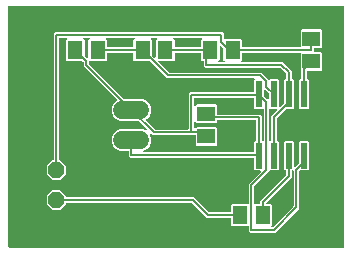
<source format=gbr>
G04 EAGLE Gerber RS-274X export*
G75*
%MOMM*%
%FSLAX34Y34*%
%LPD*%
%INTop Copper*%
%IPPOS*%
%AMOC8*
5,1,8,0,0,1.08239X$1,22.5*%
G01*
%ADD10R,1.300000X1.500000*%
%ADD11R,1.500000X1.300000*%
%ADD12R,0.600000X2.200000*%
%ADD13C,1.524000*%
%ADD14P,1.429621X8X112.500000*%
%ADD15C,0.152400*%

G36*
X293698Y10164D02*
X293698Y10164D01*
X293717Y10162D01*
X293819Y10184D01*
X293921Y10200D01*
X293938Y10210D01*
X293958Y10214D01*
X294047Y10267D01*
X294138Y10316D01*
X294152Y10330D01*
X294169Y10340D01*
X294236Y10419D01*
X294308Y10494D01*
X294316Y10512D01*
X294329Y10527D01*
X294368Y10623D01*
X294411Y10717D01*
X294413Y10737D01*
X294421Y10755D01*
X294439Y10922D01*
X294439Y214378D01*
X294436Y214398D01*
X294438Y214417D01*
X294416Y214519D01*
X294400Y214621D01*
X294390Y214638D01*
X294386Y214658D01*
X294333Y214747D01*
X294284Y214838D01*
X294270Y214852D01*
X294260Y214869D01*
X294181Y214936D01*
X294106Y215008D01*
X294088Y215016D01*
X294073Y215029D01*
X293977Y215068D01*
X293883Y215111D01*
X293863Y215113D01*
X293845Y215121D01*
X293678Y215139D01*
X10922Y215139D01*
X10902Y215136D01*
X10883Y215138D01*
X10781Y215116D01*
X10679Y215100D01*
X10662Y215090D01*
X10642Y215086D01*
X10553Y215033D01*
X10462Y214984D01*
X10448Y214970D01*
X10431Y214960D01*
X10364Y214881D01*
X10292Y214806D01*
X10284Y214788D01*
X10271Y214773D01*
X10232Y214677D01*
X10189Y214583D01*
X10187Y214563D01*
X10179Y214545D01*
X10161Y214378D01*
X10161Y10922D01*
X10164Y10902D01*
X10162Y10883D01*
X10184Y10781D01*
X10200Y10679D01*
X10210Y10662D01*
X10214Y10642D01*
X10267Y10553D01*
X10316Y10462D01*
X10330Y10448D01*
X10340Y10431D01*
X10419Y10364D01*
X10494Y10292D01*
X10512Y10284D01*
X10527Y10271D01*
X10623Y10232D01*
X10717Y10189D01*
X10737Y10187D01*
X10755Y10179D01*
X10922Y10161D01*
X293678Y10161D01*
X293698Y10164D01*
G37*
%LPC*%
G36*
X214953Y23113D02*
X214953Y23113D01*
X213613Y24453D01*
X213613Y28314D01*
X213610Y28334D01*
X213612Y28353D01*
X213590Y28455D01*
X213574Y28557D01*
X213564Y28574D01*
X213560Y28594D01*
X213507Y28683D01*
X213458Y28774D01*
X213444Y28788D01*
X213434Y28805D01*
X213355Y28872D01*
X213280Y28944D01*
X213262Y28952D01*
X213247Y28965D01*
X213151Y29004D01*
X213057Y29047D01*
X213037Y29049D01*
X213019Y29057D01*
X212852Y29075D01*
X199268Y29075D01*
X198375Y29968D01*
X198375Y35052D01*
X198372Y35072D01*
X198374Y35091D01*
X198352Y35193D01*
X198336Y35295D01*
X198326Y35312D01*
X198322Y35332D01*
X198269Y35421D01*
X198220Y35512D01*
X198206Y35526D01*
X198196Y35543D01*
X198117Y35610D01*
X198042Y35682D01*
X198024Y35690D01*
X198009Y35703D01*
X197913Y35742D01*
X197819Y35785D01*
X197799Y35787D01*
X197781Y35795D01*
X197614Y35813D01*
X178123Y35813D01*
X165646Y48290D01*
X165572Y48343D01*
X165502Y48403D01*
X165472Y48415D01*
X165446Y48434D01*
X165359Y48461D01*
X165274Y48495D01*
X165233Y48499D01*
X165211Y48506D01*
X165179Y48505D01*
X165107Y48513D01*
X59690Y48513D01*
X59670Y48510D01*
X59651Y48512D01*
X59549Y48490D01*
X59447Y48474D01*
X59430Y48464D01*
X59410Y48460D01*
X59321Y48407D01*
X59230Y48358D01*
X59216Y48344D01*
X59199Y48334D01*
X59132Y48255D01*
X59060Y48180D01*
X59052Y48162D01*
X59039Y48147D01*
X59000Y48051D01*
X58957Y47957D01*
X58955Y47937D01*
X58947Y47919D01*
X58929Y47752D01*
X58929Y47433D01*
X54167Y42671D01*
X47433Y42671D01*
X42671Y47433D01*
X42671Y54167D01*
X47433Y58929D01*
X54167Y58929D01*
X58929Y54167D01*
X58929Y53848D01*
X58932Y53828D01*
X58930Y53809D01*
X58952Y53707D01*
X58968Y53605D01*
X58978Y53588D01*
X58982Y53568D01*
X59035Y53479D01*
X59084Y53388D01*
X59098Y53374D01*
X59108Y53357D01*
X59187Y53290D01*
X59262Y53218D01*
X59280Y53210D01*
X59295Y53197D01*
X59391Y53158D01*
X59485Y53115D01*
X59505Y53113D01*
X59523Y53105D01*
X59690Y53087D01*
X167317Y53087D01*
X179794Y40610D01*
X179868Y40557D01*
X179938Y40497D01*
X179968Y40485D01*
X179994Y40466D01*
X180081Y40439D01*
X180166Y40405D01*
X180207Y40401D01*
X180229Y40394D01*
X180261Y40395D01*
X180333Y40387D01*
X197614Y40387D01*
X197634Y40390D01*
X197653Y40388D01*
X197755Y40410D01*
X197857Y40426D01*
X197874Y40436D01*
X197894Y40440D01*
X197983Y40493D01*
X198074Y40542D01*
X198088Y40556D01*
X198105Y40566D01*
X198172Y40645D01*
X198244Y40720D01*
X198252Y40738D01*
X198265Y40753D01*
X198304Y40849D01*
X198347Y40943D01*
X198349Y40963D01*
X198357Y40981D01*
X198375Y41148D01*
X198375Y46232D01*
X199268Y47125D01*
X212852Y47125D01*
X212872Y47128D01*
X212891Y47126D01*
X212993Y47148D01*
X213095Y47164D01*
X213112Y47174D01*
X213132Y47178D01*
X213221Y47231D01*
X213312Y47280D01*
X213326Y47294D01*
X213343Y47304D01*
X213410Y47383D01*
X213482Y47458D01*
X213490Y47476D01*
X213503Y47491D01*
X213542Y47587D01*
X213585Y47681D01*
X213587Y47701D01*
X213595Y47719D01*
X213613Y47886D01*
X213613Y64447D01*
X223642Y74476D01*
X223684Y74534D01*
X223733Y74586D01*
X223755Y74633D01*
X223785Y74675D01*
X223806Y74744D01*
X223837Y74809D01*
X223842Y74861D01*
X223858Y74911D01*
X223856Y74982D01*
X223864Y75053D01*
X223853Y75104D01*
X223851Y75156D01*
X223827Y75224D01*
X223812Y75294D01*
X223785Y75339D01*
X223767Y75387D01*
X223722Y75443D01*
X223685Y75505D01*
X223646Y75539D01*
X223613Y75579D01*
X223553Y75618D01*
X223498Y75665D01*
X223450Y75684D01*
X223406Y75712D01*
X223337Y75730D01*
X223270Y75757D01*
X223199Y75765D01*
X223168Y75773D01*
X223144Y75771D01*
X223104Y75775D01*
X218618Y75775D01*
X217725Y76668D01*
X217725Y85852D01*
X217722Y85872D01*
X217724Y85891D01*
X217702Y85993D01*
X217686Y86095D01*
X217676Y86112D01*
X217672Y86132D01*
X217619Y86221D01*
X217570Y86312D01*
X217556Y86326D01*
X217546Y86343D01*
X217467Y86410D01*
X217392Y86482D01*
X217374Y86490D01*
X217359Y86503D01*
X217263Y86542D01*
X217169Y86585D01*
X217149Y86587D01*
X217131Y86595D01*
X216964Y86613D01*
X113353Y86613D01*
X112013Y87953D01*
X112013Y91694D01*
X112010Y91714D01*
X112012Y91733D01*
X111990Y91835D01*
X111974Y91937D01*
X111964Y91954D01*
X111960Y91974D01*
X111907Y92063D01*
X111858Y92154D01*
X111844Y92168D01*
X111834Y92185D01*
X111755Y92252D01*
X111680Y92324D01*
X111662Y92332D01*
X111647Y92345D01*
X111551Y92384D01*
X111457Y92427D01*
X111437Y92429D01*
X111419Y92437D01*
X111252Y92455D01*
X104861Y92455D01*
X101500Y93847D01*
X98927Y96420D01*
X97535Y99781D01*
X97535Y103419D01*
X98927Y106780D01*
X101500Y109353D01*
X104861Y110745D01*
X123739Y110745D01*
X126319Y109676D01*
X126414Y109654D01*
X126507Y109625D01*
X126533Y109626D01*
X126558Y109620D01*
X126655Y109629D01*
X126753Y109632D01*
X126777Y109641D01*
X126803Y109643D01*
X126892Y109683D01*
X126984Y109716D01*
X127004Y109732D01*
X127028Y109743D01*
X127099Y109809D01*
X127176Y109870D01*
X127190Y109892D01*
X127209Y109909D01*
X127256Y109995D01*
X127309Y110077D01*
X127315Y110102D01*
X127328Y110125D01*
X127345Y110221D01*
X127369Y110315D01*
X127367Y110341D01*
X127371Y110367D01*
X127357Y110464D01*
X127349Y110560D01*
X127339Y110584D01*
X127335Y110610D01*
X127291Y110697D01*
X127253Y110787D01*
X127233Y110812D01*
X127224Y110830D01*
X127200Y110853D01*
X127148Y110918D01*
X120434Y117632D01*
X120360Y117685D01*
X120290Y117745D01*
X120260Y117757D01*
X120234Y117776D01*
X120147Y117803D01*
X120062Y117837D01*
X120021Y117841D01*
X119999Y117848D01*
X119967Y117847D01*
X119896Y117855D01*
X104861Y117855D01*
X101500Y119247D01*
X98927Y121820D01*
X97535Y125181D01*
X97535Y128819D01*
X98927Y132180D01*
X101500Y134753D01*
X101730Y134848D01*
X101769Y134872D01*
X101812Y134888D01*
X101873Y134936D01*
X101939Y134977D01*
X101968Y135013D01*
X102004Y135041D01*
X102046Y135107D01*
X102096Y135167D01*
X102112Y135210D01*
X102137Y135248D01*
X102156Y135324D01*
X102184Y135396D01*
X102186Y135442D01*
X102197Y135487D01*
X102191Y135564D01*
X102194Y135642D01*
X102181Y135686D01*
X102178Y135732D01*
X102147Y135804D01*
X102126Y135878D01*
X102100Y135916D01*
X102082Y135958D01*
X101996Y136065D01*
X101985Y136080D01*
X101981Y136083D01*
X101977Y136089D01*
X75476Y162590D01*
X73913Y164153D01*
X73913Y167037D01*
X73899Y167128D01*
X73891Y167218D01*
X73879Y167248D01*
X73874Y167280D01*
X73831Y167361D01*
X73795Y167445D01*
X73769Y167477D01*
X73758Y167498D01*
X73735Y167520D01*
X73690Y167576D01*
X72714Y168552D01*
X72640Y168605D01*
X72570Y168665D01*
X72540Y168677D01*
X72514Y168696D01*
X72427Y168723D01*
X72342Y168757D01*
X72301Y168761D01*
X72279Y168768D01*
X72247Y168767D01*
X72175Y168775D01*
X59568Y168775D01*
X58675Y169668D01*
X58675Y185932D01*
X59657Y186914D01*
X59699Y186972D01*
X59749Y187024D01*
X59771Y187071D01*
X59801Y187113D01*
X59822Y187182D01*
X59852Y187247D01*
X59858Y187299D01*
X59873Y187349D01*
X59871Y187420D01*
X59879Y187491D01*
X59868Y187542D01*
X59867Y187594D01*
X59842Y187662D01*
X59827Y187732D01*
X59800Y187777D01*
X59783Y187825D01*
X59738Y187881D01*
X59701Y187943D01*
X59661Y187977D01*
X59629Y188017D01*
X59569Y188056D01*
X59514Y188103D01*
X59466Y188122D01*
X59422Y188150D01*
X59352Y188168D01*
X59286Y188195D01*
X59215Y188203D01*
X59183Y188211D01*
X59160Y188209D01*
X59119Y188213D01*
X53848Y188213D01*
X53828Y188210D01*
X53809Y188212D01*
X53707Y188190D01*
X53605Y188174D01*
X53588Y188164D01*
X53568Y188160D01*
X53479Y188107D01*
X53388Y188058D01*
X53374Y188044D01*
X53357Y188034D01*
X53290Y187955D01*
X53218Y187880D01*
X53210Y187862D01*
X53197Y187847D01*
X53158Y187751D01*
X53115Y187657D01*
X53113Y187637D01*
X53105Y187619D01*
X53087Y187452D01*
X53087Y85090D01*
X53090Y85070D01*
X53088Y85051D01*
X53110Y84949D01*
X53126Y84847D01*
X53136Y84830D01*
X53140Y84810D01*
X53193Y84721D01*
X53242Y84630D01*
X53256Y84616D01*
X53266Y84599D01*
X53345Y84532D01*
X53420Y84460D01*
X53438Y84452D01*
X53453Y84439D01*
X53549Y84400D01*
X53643Y84357D01*
X53663Y84355D01*
X53681Y84347D01*
X53848Y84329D01*
X54167Y84329D01*
X58929Y79567D01*
X58929Y72833D01*
X54167Y68071D01*
X47433Y68071D01*
X42671Y72833D01*
X42671Y79567D01*
X47433Y84329D01*
X47752Y84329D01*
X47772Y84332D01*
X47791Y84330D01*
X47893Y84352D01*
X47995Y84368D01*
X48012Y84378D01*
X48032Y84382D01*
X48121Y84435D01*
X48212Y84484D01*
X48226Y84498D01*
X48243Y84508D01*
X48310Y84587D01*
X48382Y84662D01*
X48390Y84680D01*
X48403Y84695D01*
X48442Y84791D01*
X48485Y84885D01*
X48487Y84905D01*
X48495Y84923D01*
X48513Y85090D01*
X48513Y191447D01*
X49853Y192787D01*
X191447Y192787D01*
X192787Y191447D01*
X192787Y187586D01*
X192790Y187566D01*
X192788Y187547D01*
X192810Y187445D01*
X192826Y187343D01*
X192836Y187326D01*
X192840Y187306D01*
X192893Y187217D01*
X192942Y187126D01*
X192956Y187112D01*
X192966Y187095D01*
X193045Y187028D01*
X193120Y186956D01*
X193138Y186948D01*
X193153Y186935D01*
X193249Y186896D01*
X193343Y186853D01*
X193363Y186851D01*
X193381Y186843D01*
X193548Y186825D01*
X207132Y186825D01*
X208025Y185932D01*
X208025Y180848D01*
X208028Y180828D01*
X208026Y180809D01*
X208048Y180707D01*
X208064Y180605D01*
X208074Y180588D01*
X208078Y180568D01*
X208131Y180479D01*
X208180Y180388D01*
X208194Y180374D01*
X208204Y180357D01*
X208283Y180290D01*
X208358Y180218D01*
X208376Y180210D01*
X208391Y180197D01*
X208487Y180158D01*
X208581Y180115D01*
X208601Y180113D01*
X208619Y180105D01*
X208786Y180087D01*
X256914Y180087D01*
X256934Y180090D01*
X256953Y180088D01*
X257055Y180110D01*
X257157Y180126D01*
X257174Y180136D01*
X257194Y180140D01*
X257283Y180193D01*
X257374Y180242D01*
X257388Y180256D01*
X257405Y180266D01*
X257472Y180345D01*
X257544Y180420D01*
X257552Y180438D01*
X257565Y180453D01*
X257604Y180549D01*
X257647Y180643D01*
X257649Y180663D01*
X257657Y180681D01*
X257675Y180848D01*
X257675Y194432D01*
X258568Y195325D01*
X274832Y195325D01*
X275725Y194432D01*
X275725Y180168D01*
X274832Y179275D01*
X269748Y179275D01*
X269728Y179272D01*
X269709Y179274D01*
X269607Y179252D01*
X269505Y179236D01*
X269488Y179226D01*
X269468Y179222D01*
X269379Y179169D01*
X269288Y179120D01*
X269274Y179106D01*
X269257Y179096D01*
X269190Y179017D01*
X269118Y178942D01*
X269110Y178924D01*
X269097Y178909D01*
X269058Y178813D01*
X269015Y178719D01*
X269013Y178699D01*
X269005Y178681D01*
X268987Y178514D01*
X268987Y177086D01*
X268990Y177066D01*
X268988Y177047D01*
X269010Y176945D01*
X269026Y176843D01*
X269036Y176826D01*
X269040Y176806D01*
X269093Y176717D01*
X269142Y176626D01*
X269156Y176612D01*
X269166Y176595D01*
X269245Y176528D01*
X269320Y176456D01*
X269338Y176448D01*
X269353Y176435D01*
X269449Y176396D01*
X269543Y176353D01*
X269563Y176351D01*
X269581Y176343D01*
X269748Y176325D01*
X274832Y176325D01*
X275725Y175432D01*
X275725Y161168D01*
X274832Y160275D01*
X263398Y160275D01*
X263378Y160272D01*
X263359Y160274D01*
X263257Y160252D01*
X263155Y160236D01*
X263138Y160226D01*
X263118Y160222D01*
X263029Y160169D01*
X262938Y160120D01*
X262924Y160106D01*
X262907Y160096D01*
X262840Y160017D01*
X262768Y159942D01*
X262760Y159924D01*
X262747Y159909D01*
X262708Y159813D01*
X262665Y159719D01*
X262663Y159699D01*
X262655Y159681D01*
X262637Y159514D01*
X262637Y153586D01*
X262640Y153566D01*
X262638Y153547D01*
X262660Y153445D01*
X262676Y153343D01*
X262686Y153326D01*
X262690Y153306D01*
X262743Y153217D01*
X262792Y153126D01*
X262806Y153112D01*
X262816Y153095D01*
X262895Y153028D01*
X262970Y152956D01*
X262988Y152948D01*
X263003Y152935D01*
X263099Y152896D01*
X263193Y152853D01*
X263213Y152851D01*
X263231Y152843D01*
X263398Y152825D01*
X263982Y152825D01*
X264875Y151932D01*
X264875Y128668D01*
X263982Y127775D01*
X256718Y127775D01*
X255825Y128668D01*
X255825Y151932D01*
X256718Y152825D01*
X257302Y152825D01*
X257322Y152828D01*
X257341Y152826D01*
X257443Y152848D01*
X257545Y152864D01*
X257562Y152874D01*
X257582Y152878D01*
X257671Y152931D01*
X257762Y152980D01*
X257776Y152994D01*
X257793Y153004D01*
X257860Y153083D01*
X257932Y153158D01*
X257940Y153176D01*
X257953Y153191D01*
X257992Y153287D01*
X258035Y153381D01*
X258037Y153401D01*
X258045Y153419D01*
X258063Y153586D01*
X258063Y160465D01*
X258049Y160555D01*
X258041Y160646D01*
X258029Y160676D01*
X258024Y160708D01*
X257981Y160789D01*
X257945Y160872D01*
X257919Y160905D01*
X257908Y160925D01*
X257885Y160947D01*
X257840Y161003D01*
X257675Y161168D01*
X257675Y174752D01*
X257672Y174772D01*
X257674Y174791D01*
X257652Y174893D01*
X257636Y174995D01*
X257626Y175012D01*
X257622Y175032D01*
X257569Y175121D01*
X257520Y175212D01*
X257506Y175226D01*
X257496Y175243D01*
X257417Y175310D01*
X257342Y175382D01*
X257324Y175390D01*
X257309Y175403D01*
X257213Y175442D01*
X257119Y175485D01*
X257099Y175487D01*
X257081Y175495D01*
X256914Y175513D01*
X208786Y175513D01*
X208766Y175510D01*
X208747Y175512D01*
X208645Y175490D01*
X208543Y175474D01*
X208526Y175464D01*
X208506Y175460D01*
X208417Y175407D01*
X208326Y175358D01*
X208312Y175344D01*
X208295Y175334D01*
X208228Y175255D01*
X208156Y175180D01*
X208148Y175162D01*
X208135Y175147D01*
X208096Y175051D01*
X208053Y174957D01*
X208051Y174937D01*
X208043Y174919D01*
X208025Y174752D01*
X208025Y169668D01*
X207043Y168686D01*
X207001Y168628D01*
X206951Y168576D01*
X206929Y168529D01*
X206899Y168487D01*
X206878Y168418D01*
X206848Y168353D01*
X206842Y168301D01*
X206827Y168251D01*
X206829Y168180D01*
X206821Y168109D01*
X206832Y168058D01*
X206833Y168006D01*
X206858Y167938D01*
X206873Y167868D01*
X206900Y167823D01*
X206917Y167775D01*
X206962Y167719D01*
X206999Y167657D01*
X207039Y167623D01*
X207071Y167583D01*
X207131Y167544D01*
X207186Y167497D01*
X207234Y167478D01*
X207278Y167450D01*
X207348Y167432D01*
X207414Y167405D01*
X207485Y167397D01*
X207517Y167389D01*
X207540Y167391D01*
X207581Y167387D01*
X242247Y167387D01*
X249937Y159697D01*
X249937Y153586D01*
X249940Y153566D01*
X249938Y153547D01*
X249960Y153445D01*
X249976Y153343D01*
X249986Y153326D01*
X249990Y153306D01*
X250043Y153217D01*
X250092Y153126D01*
X250106Y153112D01*
X250116Y153095D01*
X250195Y153028D01*
X250270Y152956D01*
X250288Y152948D01*
X250303Y152935D01*
X250399Y152896D01*
X250493Y152853D01*
X250513Y152851D01*
X250531Y152843D01*
X250698Y152825D01*
X251282Y152825D01*
X252175Y151932D01*
X252175Y128668D01*
X251282Y127775D01*
X245624Y127775D01*
X245534Y127761D01*
X245443Y127753D01*
X245414Y127741D01*
X245382Y127736D01*
X245301Y127693D01*
X245217Y127657D01*
X245185Y127631D01*
X245164Y127620D01*
X245142Y127597D01*
X245086Y127552D01*
X237460Y119926D01*
X237407Y119852D01*
X237347Y119782D01*
X237335Y119752D01*
X237316Y119726D01*
X237289Y119639D01*
X237255Y119554D01*
X237251Y119513D01*
X237244Y119491D01*
X237245Y119459D01*
X237237Y119387D01*
X237237Y101586D01*
X237240Y101566D01*
X237238Y101547D01*
X237260Y101445D01*
X237276Y101343D01*
X237286Y101326D01*
X237290Y101306D01*
X237343Y101217D01*
X237392Y101126D01*
X237406Y101112D01*
X237416Y101095D01*
X237495Y101028D01*
X237570Y100956D01*
X237588Y100948D01*
X237603Y100935D01*
X237699Y100896D01*
X237793Y100853D01*
X237813Y100851D01*
X237831Y100843D01*
X237998Y100825D01*
X238582Y100825D01*
X239475Y99932D01*
X239475Y76668D01*
X238582Y75775D01*
X231648Y75775D01*
X231628Y75772D01*
X231609Y75774D01*
X231507Y75752D01*
X231405Y75736D01*
X231388Y75726D01*
X231368Y75722D01*
X231279Y75669D01*
X231188Y75620D01*
X231174Y75606D01*
X231157Y75596D01*
X231090Y75517D01*
X231018Y75442D01*
X231010Y75424D01*
X230997Y75409D01*
X230966Y75332D01*
X218410Y62776D01*
X218357Y62702D01*
X218297Y62632D01*
X218285Y62602D01*
X218266Y62576D01*
X218239Y62489D01*
X218205Y62404D01*
X218201Y62363D01*
X218194Y62341D01*
X218195Y62309D01*
X218187Y62237D01*
X218187Y47886D01*
X218190Y47866D01*
X218188Y47847D01*
X218210Y47745D01*
X218226Y47643D01*
X218236Y47626D01*
X218240Y47606D01*
X218293Y47517D01*
X218342Y47426D01*
X218356Y47412D01*
X218366Y47395D01*
X218445Y47328D01*
X218520Y47256D01*
X218538Y47248D01*
X218553Y47235D01*
X218649Y47196D01*
X218743Y47153D01*
X218763Y47151D01*
X218781Y47143D01*
X218948Y47125D01*
X222352Y47125D01*
X222372Y47128D01*
X222391Y47126D01*
X222493Y47148D01*
X222595Y47164D01*
X222612Y47174D01*
X222632Y47178D01*
X222721Y47231D01*
X222812Y47280D01*
X222826Y47294D01*
X222843Y47304D01*
X222910Y47383D01*
X222982Y47458D01*
X222990Y47476D01*
X223003Y47491D01*
X223042Y47587D01*
X223085Y47681D01*
X223087Y47701D01*
X223095Y47719D01*
X223113Y47886D01*
X223113Y49817D01*
X245140Y71844D01*
X245193Y71918D01*
X245253Y71988D01*
X245265Y72018D01*
X245284Y72044D01*
X245311Y72131D01*
X245345Y72216D01*
X245349Y72257D01*
X245356Y72279D01*
X245355Y72311D01*
X245363Y72383D01*
X245363Y75014D01*
X245360Y75034D01*
X245362Y75053D01*
X245340Y75155D01*
X245324Y75257D01*
X245314Y75274D01*
X245310Y75294D01*
X245257Y75383D01*
X245208Y75474D01*
X245194Y75488D01*
X245184Y75505D01*
X245105Y75572D01*
X245030Y75644D01*
X245012Y75652D01*
X244997Y75665D01*
X244901Y75704D01*
X244807Y75747D01*
X244787Y75749D01*
X244769Y75757D01*
X244602Y75775D01*
X244018Y75775D01*
X243125Y76668D01*
X243125Y99932D01*
X244018Y100825D01*
X251282Y100825D01*
X252175Y99932D01*
X252175Y79446D01*
X252186Y79376D01*
X252188Y79304D01*
X252206Y79255D01*
X252214Y79204D01*
X252248Y79140D01*
X252273Y79073D01*
X252305Y79032D01*
X252330Y78986D01*
X252382Y78937D01*
X252426Y78881D01*
X252470Y78853D01*
X252508Y78817D01*
X252573Y78787D01*
X252633Y78748D01*
X252684Y78735D01*
X252731Y78713D01*
X252802Y78705D01*
X252872Y78688D01*
X252924Y78692D01*
X252975Y78686D01*
X253046Y78701D01*
X253117Y78707D01*
X253165Y78727D01*
X253216Y78738D01*
X253277Y78775D01*
X253343Y78803D01*
X253399Y78848D01*
X253427Y78865D01*
X253442Y78882D01*
X253474Y78908D01*
X255602Y81036D01*
X255655Y81110D01*
X255715Y81180D01*
X255727Y81210D01*
X255746Y81236D01*
X255773Y81323D01*
X255807Y81408D01*
X255811Y81449D01*
X255818Y81471D01*
X255817Y81503D01*
X255825Y81575D01*
X255825Y99932D01*
X256718Y100825D01*
X263982Y100825D01*
X264875Y99932D01*
X264875Y76668D01*
X263982Y75775D01*
X257125Y75775D01*
X257034Y75761D01*
X256944Y75753D01*
X256914Y75741D01*
X256882Y75736D01*
X256801Y75693D01*
X256717Y75657D01*
X256685Y75631D01*
X256664Y75620D01*
X256642Y75597D01*
X256586Y75552D01*
X256510Y75476D01*
X256457Y75402D01*
X256397Y75332D01*
X256385Y75302D01*
X256366Y75276D01*
X256339Y75189D01*
X256305Y75104D01*
X256301Y75063D01*
X256294Y75041D01*
X256295Y75009D01*
X256287Y74937D01*
X256287Y43503D01*
X235897Y23113D01*
X214953Y23113D01*
G37*
%LPD*%
G36*
X162072Y110240D02*
X162072Y110240D01*
X162091Y110238D01*
X162193Y110260D01*
X162295Y110276D01*
X162312Y110286D01*
X162332Y110290D01*
X162421Y110343D01*
X162512Y110392D01*
X162526Y110406D01*
X162543Y110416D01*
X162610Y110495D01*
X162682Y110570D01*
X162690Y110588D01*
X162703Y110603D01*
X162742Y110699D01*
X162785Y110793D01*
X162787Y110813D01*
X162795Y110831D01*
X162813Y110998D01*
X162813Y140647D01*
X164153Y141987D01*
X216964Y141987D01*
X216984Y141990D01*
X217003Y141988D01*
X217105Y142010D01*
X217207Y142026D01*
X217224Y142036D01*
X217244Y142040D01*
X217333Y142093D01*
X217424Y142142D01*
X217438Y142156D01*
X217455Y142166D01*
X217522Y142245D01*
X217594Y142320D01*
X217602Y142338D01*
X217615Y142353D01*
X217654Y142449D01*
X217697Y142543D01*
X217699Y142563D01*
X217707Y142581D01*
X217725Y142748D01*
X217725Y151932D01*
X218417Y152624D01*
X218459Y152682D01*
X218509Y152734D01*
X218531Y152781D01*
X218561Y152823D01*
X218582Y152892D01*
X218612Y152957D01*
X218618Y153009D01*
X218633Y153059D01*
X218631Y153130D01*
X218639Y153201D01*
X218628Y153252D01*
X218627Y153304D01*
X218602Y153372D01*
X218587Y153442D01*
X218560Y153487D01*
X218543Y153535D01*
X218498Y153591D01*
X218461Y153653D01*
X218421Y153687D01*
X218389Y153727D01*
X218329Y153766D01*
X218274Y153813D01*
X218226Y153832D01*
X218182Y153860D01*
X218112Y153878D01*
X218046Y153905D01*
X217975Y153913D01*
X217943Y153921D01*
X217920Y153919D01*
X217879Y153923D01*
X144493Y153923D01*
X129864Y168552D01*
X129790Y168605D01*
X129720Y168665D01*
X129690Y168677D01*
X129664Y168696D01*
X129577Y168723D01*
X129492Y168757D01*
X129451Y168761D01*
X129429Y168768D01*
X129397Y168767D01*
X129325Y168775D01*
X116718Y168775D01*
X115825Y169668D01*
X115825Y174752D01*
X115822Y174772D01*
X115824Y174791D01*
X115802Y174893D01*
X115786Y174995D01*
X115776Y175012D01*
X115772Y175032D01*
X115719Y175121D01*
X115670Y175212D01*
X115656Y175226D01*
X115646Y175243D01*
X115567Y175310D01*
X115492Y175382D01*
X115474Y175390D01*
X115459Y175403D01*
X115363Y175442D01*
X115269Y175485D01*
X115249Y175487D01*
X115231Y175495D01*
X115064Y175513D01*
X94486Y175513D01*
X94466Y175510D01*
X94447Y175512D01*
X94345Y175490D01*
X94243Y175474D01*
X94226Y175464D01*
X94206Y175460D01*
X94117Y175407D01*
X94026Y175358D01*
X94012Y175344D01*
X93995Y175334D01*
X93928Y175255D01*
X93856Y175180D01*
X93848Y175162D01*
X93835Y175147D01*
X93796Y175051D01*
X93753Y174957D01*
X93751Y174937D01*
X93743Y174919D01*
X93725Y174752D01*
X93725Y169668D01*
X92832Y168775D01*
X79248Y168775D01*
X79228Y168772D01*
X79209Y168774D01*
X79107Y168752D01*
X79005Y168736D01*
X78988Y168726D01*
X78968Y168722D01*
X78879Y168669D01*
X78788Y168620D01*
X78774Y168606D01*
X78757Y168596D01*
X78690Y168517D01*
X78618Y168442D01*
X78610Y168424D01*
X78597Y168409D01*
X78558Y168313D01*
X78515Y168219D01*
X78513Y168199D01*
X78505Y168181D01*
X78487Y168014D01*
X78487Y166362D01*
X78501Y166272D01*
X78509Y166181D01*
X78521Y166152D01*
X78526Y166120D01*
X78569Y166039D01*
X78605Y165955D01*
X78631Y165923D01*
X78642Y165902D01*
X78665Y165880D01*
X78710Y165824D01*
X108166Y136368D01*
X108240Y136315D01*
X108310Y136255D01*
X108340Y136243D01*
X108366Y136224D01*
X108453Y136197D01*
X108538Y136163D01*
X108579Y136159D01*
X108601Y136152D01*
X108633Y136153D01*
X108704Y136145D01*
X123739Y136145D01*
X127100Y134753D01*
X129673Y132180D01*
X131065Y128819D01*
X131065Y125181D01*
X129673Y121820D01*
X127100Y119247D01*
X126870Y119152D01*
X126831Y119128D01*
X126788Y119112D01*
X126727Y119064D01*
X126661Y119023D01*
X126632Y118987D01*
X126596Y118959D01*
X126554Y118893D01*
X126504Y118833D01*
X126488Y118790D01*
X126463Y118752D01*
X126444Y118676D01*
X126416Y118604D01*
X126414Y118558D01*
X126403Y118513D01*
X126409Y118436D01*
X126406Y118358D01*
X126419Y118314D01*
X126422Y118268D01*
X126453Y118196D01*
X126474Y118122D01*
X126500Y118084D01*
X126518Y118042D01*
X126604Y117935D01*
X126615Y117920D01*
X126619Y117917D01*
X126623Y117911D01*
X134074Y110460D01*
X134148Y110407D01*
X134218Y110347D01*
X134248Y110335D01*
X134274Y110316D01*
X134361Y110289D01*
X134446Y110255D01*
X134487Y110251D01*
X134509Y110244D01*
X134541Y110245D01*
X134613Y110237D01*
X162052Y110237D01*
X162072Y110240D01*
G37*
G36*
X216984Y91190D02*
X216984Y91190D01*
X217003Y91188D01*
X217105Y91210D01*
X217207Y91226D01*
X217224Y91236D01*
X217244Y91240D01*
X217333Y91293D01*
X217424Y91342D01*
X217438Y91356D01*
X217455Y91366D01*
X217522Y91445D01*
X217594Y91520D01*
X217602Y91538D01*
X217615Y91553D01*
X217654Y91649D01*
X217697Y91743D01*
X217699Y91763D01*
X217707Y91781D01*
X217725Y91948D01*
X217725Y99932D01*
X218618Y100825D01*
X219202Y100825D01*
X219222Y100828D01*
X219241Y100826D01*
X219343Y100848D01*
X219445Y100864D01*
X219462Y100874D01*
X219482Y100878D01*
X219571Y100931D01*
X219662Y100980D01*
X219676Y100994D01*
X219693Y101004D01*
X219760Y101083D01*
X219832Y101158D01*
X219840Y101176D01*
X219853Y101191D01*
X219892Y101287D01*
X219935Y101381D01*
X219937Y101401D01*
X219945Y101419D01*
X219963Y101586D01*
X219963Y117602D01*
X219960Y117622D01*
X219962Y117641D01*
X219940Y117743D01*
X219924Y117845D01*
X219914Y117862D01*
X219910Y117882D01*
X219857Y117971D01*
X219808Y118062D01*
X219794Y118076D01*
X219784Y118093D01*
X219705Y118160D01*
X219630Y118232D01*
X219612Y118240D01*
X219597Y118253D01*
X219501Y118292D01*
X219407Y118335D01*
X219387Y118337D01*
X219369Y118345D01*
X219202Y118363D01*
X187586Y118363D01*
X187566Y118360D01*
X187547Y118362D01*
X187445Y118340D01*
X187343Y118324D01*
X187326Y118314D01*
X187306Y118310D01*
X187217Y118257D01*
X187126Y118208D01*
X187112Y118194D01*
X187095Y118184D01*
X187028Y118105D01*
X186956Y118030D01*
X186948Y118012D01*
X186935Y117997D01*
X186896Y117901D01*
X186853Y117807D01*
X186851Y117787D01*
X186843Y117769D01*
X186825Y117602D01*
X186825Y116668D01*
X185932Y115775D01*
X169668Y115775D01*
X168686Y116757D01*
X168628Y116799D01*
X168576Y116849D01*
X168529Y116871D01*
X168487Y116901D01*
X168418Y116922D01*
X168353Y116952D01*
X168301Y116958D01*
X168251Y116973D01*
X168180Y116971D01*
X168109Y116979D01*
X168058Y116968D01*
X168006Y116967D01*
X167938Y116942D01*
X167868Y116927D01*
X167823Y116900D01*
X167775Y116883D01*
X167719Y116838D01*
X167657Y116801D01*
X167623Y116761D01*
X167583Y116729D01*
X167544Y116669D01*
X167497Y116614D01*
X167478Y116566D01*
X167450Y116522D01*
X167432Y116452D01*
X167405Y116386D01*
X167397Y116315D01*
X167389Y116283D01*
X167391Y116260D01*
X167387Y116219D01*
X167387Y112381D01*
X167398Y112310D01*
X167400Y112238D01*
X167418Y112189D01*
X167426Y112138D01*
X167460Y112075D01*
X167485Y112007D01*
X167517Y111967D01*
X167542Y111921D01*
X167594Y111871D01*
X167638Y111815D01*
X167682Y111787D01*
X167720Y111751D01*
X167785Y111721D01*
X167845Y111682D01*
X167896Y111670D01*
X167943Y111648D01*
X168014Y111640D01*
X168084Y111622D01*
X168136Y111626D01*
X168187Y111621D01*
X168258Y111636D01*
X168329Y111641D01*
X168377Y111662D01*
X168428Y111673D01*
X168489Y111710D01*
X168555Y111738D01*
X168611Y111783D01*
X168639Y111799D01*
X168654Y111817D01*
X168686Y111843D01*
X169668Y112825D01*
X185932Y112825D01*
X186825Y111932D01*
X186825Y97668D01*
X185932Y96775D01*
X169668Y96775D01*
X168775Y97668D01*
X168775Y104902D01*
X168772Y104922D01*
X168774Y104941D01*
X168752Y105043D01*
X168736Y105145D01*
X168726Y105162D01*
X168722Y105182D01*
X168669Y105271D01*
X168620Y105362D01*
X168606Y105376D01*
X168596Y105393D01*
X168517Y105460D01*
X168442Y105532D01*
X168424Y105540D01*
X168409Y105553D01*
X168313Y105592D01*
X168219Y105635D01*
X168199Y105637D01*
X168181Y105645D01*
X168014Y105663D01*
X132403Y105663D01*
X131238Y106828D01*
X131159Y106885D01*
X131084Y106947D01*
X131059Y106957D01*
X131038Y106972D01*
X130945Y107001D01*
X130854Y107035D01*
X130828Y107037D01*
X130803Y107044D01*
X130706Y107042D01*
X130608Y107046D01*
X130583Y107039D01*
X130557Y107038D01*
X130465Y107004D01*
X130372Y106977D01*
X130351Y106962D01*
X130326Y106953D01*
X130250Y106893D01*
X130170Y106837D01*
X130154Y106816D01*
X130134Y106800D01*
X130081Y106718D01*
X130023Y106640D01*
X130015Y106615D01*
X130001Y106593D01*
X129977Y106498D01*
X129947Y106406D01*
X129947Y106380D01*
X129941Y106354D01*
X129948Y106257D01*
X129949Y106160D01*
X129959Y106128D01*
X129960Y106109D01*
X129973Y106079D01*
X129996Y105999D01*
X131065Y103419D01*
X131065Y99781D01*
X129673Y96420D01*
X127100Y93847D01*
X124212Y92651D01*
X124129Y92600D01*
X124043Y92554D01*
X124025Y92536D01*
X124003Y92522D01*
X123941Y92446D01*
X123874Y92376D01*
X123863Y92352D01*
X123846Y92332D01*
X123811Y92241D01*
X123770Y92153D01*
X123767Y92127D01*
X123758Y92103D01*
X123754Y92005D01*
X123743Y91909D01*
X123749Y91883D01*
X123748Y91857D01*
X123775Y91763D01*
X123796Y91668D01*
X123809Y91646D01*
X123816Y91621D01*
X123872Y91541D01*
X123922Y91457D01*
X123942Y91440D01*
X123956Y91419D01*
X124035Y91360D01*
X124109Y91297D01*
X124133Y91287D01*
X124154Y91272D01*
X124246Y91242D01*
X124337Y91205D01*
X124369Y91202D01*
X124388Y91196D01*
X124421Y91196D01*
X124503Y91187D01*
X216964Y91187D01*
X216984Y91190D01*
G37*
G36*
X240346Y129501D02*
X240346Y129501D01*
X240417Y129507D01*
X240465Y129527D01*
X240516Y129538D01*
X240577Y129575D01*
X240643Y129603D01*
X240699Y129648D01*
X240727Y129665D01*
X240742Y129682D01*
X240774Y129708D01*
X242902Y131836D01*
X242955Y131910D01*
X243015Y131980D01*
X243027Y132010D01*
X243046Y132036D01*
X243073Y132123D01*
X243107Y132208D01*
X243111Y132249D01*
X243118Y132271D01*
X243117Y132303D01*
X243125Y132374D01*
X243125Y151932D01*
X244018Y152825D01*
X244602Y152825D01*
X244622Y152828D01*
X244641Y152826D01*
X244743Y152848D01*
X244845Y152864D01*
X244862Y152874D01*
X244882Y152878D01*
X244971Y152931D01*
X245062Y152980D01*
X245076Y152994D01*
X245093Y153004D01*
X245160Y153083D01*
X245232Y153158D01*
X245240Y153176D01*
X245253Y153191D01*
X245292Y153287D01*
X245335Y153381D01*
X245337Y153401D01*
X245345Y153419D01*
X245363Y153586D01*
X245363Y157487D01*
X245349Y157578D01*
X245341Y157668D01*
X245329Y157698D01*
X245324Y157730D01*
X245281Y157811D01*
X245245Y157895D01*
X245219Y157927D01*
X245208Y157948D01*
X245185Y157970D01*
X245140Y158026D01*
X240576Y162590D01*
X240502Y162643D01*
X240432Y162703D01*
X240402Y162715D01*
X240376Y162734D01*
X240289Y162761D01*
X240204Y162795D01*
X240163Y162799D01*
X240141Y162806D01*
X240109Y162805D01*
X240037Y162813D01*
X176853Y162813D01*
X175513Y164153D01*
X175513Y168014D01*
X175510Y168034D01*
X175512Y168053D01*
X175490Y168155D01*
X175474Y168257D01*
X175464Y168274D01*
X175460Y168294D01*
X175407Y168383D01*
X175358Y168474D01*
X175344Y168488D01*
X175334Y168505D01*
X175255Y168572D01*
X175180Y168644D01*
X175162Y168652D01*
X175147Y168665D01*
X175051Y168704D01*
X174957Y168747D01*
X174937Y168749D01*
X174919Y168757D01*
X174752Y168775D01*
X173868Y168775D01*
X172975Y169668D01*
X172975Y174752D01*
X172972Y174772D01*
X172974Y174791D01*
X172952Y174893D01*
X172936Y174995D01*
X172926Y175012D01*
X172922Y175032D01*
X172869Y175121D01*
X172820Y175212D01*
X172806Y175226D01*
X172796Y175243D01*
X172717Y175310D01*
X172642Y175382D01*
X172624Y175390D01*
X172609Y175403D01*
X172513Y175442D01*
X172419Y175485D01*
X172399Y175487D01*
X172381Y175495D01*
X172214Y175513D01*
X151636Y175513D01*
X151616Y175510D01*
X151597Y175512D01*
X151495Y175490D01*
X151393Y175474D01*
X151376Y175464D01*
X151356Y175460D01*
X151267Y175407D01*
X151176Y175358D01*
X151162Y175344D01*
X151145Y175334D01*
X151078Y175255D01*
X151006Y175180D01*
X150998Y175162D01*
X150985Y175147D01*
X150946Y175051D01*
X150903Y174957D01*
X150901Y174937D01*
X150893Y174919D01*
X150875Y174752D01*
X150875Y169668D01*
X149982Y168775D01*
X137946Y168775D01*
X137876Y168764D01*
X137804Y168762D01*
X137755Y168744D01*
X137704Y168736D01*
X137640Y168702D01*
X137573Y168677D01*
X137532Y168645D01*
X137486Y168620D01*
X137437Y168568D01*
X137381Y168524D01*
X137353Y168480D01*
X137317Y168442D01*
X137287Y168377D01*
X137248Y168317D01*
X137235Y168266D01*
X137213Y168219D01*
X137205Y168148D01*
X137188Y168078D01*
X137192Y168026D01*
X137186Y167975D01*
X137201Y167904D01*
X137207Y167833D01*
X137227Y167785D01*
X137238Y167734D01*
X137275Y167673D01*
X137303Y167607D01*
X137348Y167551D01*
X137365Y167523D01*
X137382Y167508D01*
X137408Y167476D01*
X146164Y158720D01*
X146238Y158667D01*
X146308Y158607D01*
X146338Y158595D01*
X146364Y158576D01*
X146451Y158549D01*
X146536Y158515D01*
X146577Y158511D01*
X146599Y158504D01*
X146631Y158505D01*
X146703Y158497D01*
X224520Y158497D01*
X230217Y152800D01*
X230233Y152788D01*
X230246Y152773D01*
X230333Y152717D01*
X230417Y152656D01*
X230436Y152650D01*
X230453Y152640D01*
X230553Y152614D01*
X230652Y152584D01*
X230672Y152584D01*
X230691Y152580D01*
X230794Y152588D01*
X230898Y152590D01*
X230916Y152597D01*
X230936Y152599D01*
X231031Y152639D01*
X231129Y152675D01*
X231144Y152687D01*
X231163Y152695D01*
X231294Y152800D01*
X231318Y152825D01*
X238582Y152825D01*
X239475Y151932D01*
X239475Y130246D01*
X239486Y130176D01*
X239488Y130104D01*
X239506Y130055D01*
X239514Y130004D01*
X239548Y129940D01*
X239573Y129873D01*
X239605Y129832D01*
X239630Y129786D01*
X239681Y129737D01*
X239726Y129681D01*
X239770Y129653D01*
X239808Y129617D01*
X239873Y129587D01*
X239933Y129548D01*
X239984Y129535D01*
X240031Y129513D01*
X240102Y129505D01*
X240172Y129488D01*
X240224Y129492D01*
X240275Y129486D01*
X240346Y129501D01*
G37*
G36*
X225572Y100828D02*
X225572Y100828D01*
X225591Y100826D01*
X225693Y100848D01*
X225795Y100864D01*
X225812Y100874D01*
X225832Y100878D01*
X225921Y100931D01*
X226012Y100980D01*
X226026Y100994D01*
X226043Y101004D01*
X226110Y101083D01*
X226182Y101158D01*
X226190Y101176D01*
X226203Y101191D01*
X226242Y101287D01*
X226285Y101381D01*
X226287Y101401D01*
X226295Y101419D01*
X226313Y101586D01*
X226313Y127014D01*
X226310Y127034D01*
X226312Y127053D01*
X226290Y127155D01*
X226274Y127257D01*
X226264Y127274D01*
X226260Y127294D01*
X226207Y127383D01*
X226158Y127474D01*
X226144Y127488D01*
X226134Y127505D01*
X226055Y127572D01*
X225980Y127644D01*
X225962Y127652D01*
X225947Y127665D01*
X225851Y127704D01*
X225757Y127747D01*
X225737Y127749D01*
X225719Y127757D01*
X225552Y127775D01*
X218618Y127775D01*
X217725Y128668D01*
X217725Y136652D01*
X217722Y136672D01*
X217724Y136691D01*
X217702Y136793D01*
X217686Y136895D01*
X217676Y136912D01*
X217672Y136932D01*
X217619Y137021D01*
X217570Y137112D01*
X217556Y137126D01*
X217546Y137143D01*
X217467Y137210D01*
X217392Y137282D01*
X217374Y137290D01*
X217359Y137303D01*
X217263Y137342D01*
X217169Y137385D01*
X217149Y137387D01*
X217131Y137395D01*
X216964Y137413D01*
X168148Y137413D01*
X168128Y137410D01*
X168109Y137412D01*
X168007Y137390D01*
X167905Y137374D01*
X167888Y137364D01*
X167868Y137360D01*
X167779Y137307D01*
X167688Y137258D01*
X167674Y137244D01*
X167657Y137234D01*
X167590Y137155D01*
X167518Y137080D01*
X167510Y137062D01*
X167497Y137047D01*
X167458Y136951D01*
X167415Y136857D01*
X167413Y136837D01*
X167405Y136819D01*
X167387Y136652D01*
X167387Y131381D01*
X167398Y131310D01*
X167400Y131238D01*
X167418Y131189D01*
X167426Y131138D01*
X167460Y131075D01*
X167485Y131007D01*
X167517Y130967D01*
X167542Y130921D01*
X167594Y130871D01*
X167638Y130815D01*
X167682Y130787D01*
X167720Y130751D01*
X167785Y130721D01*
X167845Y130682D01*
X167896Y130670D01*
X167943Y130648D01*
X168014Y130640D01*
X168084Y130622D01*
X168136Y130626D01*
X168187Y130621D01*
X168258Y130636D01*
X168329Y130641D01*
X168377Y130662D01*
X168428Y130673D01*
X168489Y130710D01*
X168555Y130738D01*
X168611Y130783D01*
X168639Y130799D01*
X168654Y130817D01*
X168686Y130843D01*
X169668Y131825D01*
X185932Y131825D01*
X186825Y130932D01*
X186825Y123698D01*
X186828Y123678D01*
X186826Y123659D01*
X186848Y123557D01*
X186864Y123455D01*
X186874Y123438D01*
X186878Y123418D01*
X186931Y123329D01*
X186980Y123238D01*
X186994Y123224D01*
X187004Y123207D01*
X187083Y123140D01*
X187158Y123068D01*
X187176Y123060D01*
X187191Y123047D01*
X187287Y123008D01*
X187381Y122965D01*
X187401Y122963D01*
X187419Y122955D01*
X187586Y122937D01*
X223197Y122937D01*
X224537Y121597D01*
X224537Y101586D01*
X224540Y101566D01*
X224538Y101547D01*
X224560Y101445D01*
X224576Y101343D01*
X224586Y101326D01*
X224590Y101306D01*
X224643Y101217D01*
X224692Y101126D01*
X224706Y101112D01*
X224716Y101095D01*
X224795Y101028D01*
X224870Y100956D01*
X224888Y100948D01*
X224903Y100935D01*
X224999Y100896D01*
X225093Y100853D01*
X225113Y100851D01*
X225131Y100843D01*
X225298Y100825D01*
X225552Y100825D01*
X225572Y100828D01*
G37*
G36*
X233778Y27701D02*
X233778Y27701D01*
X233868Y27709D01*
X233898Y27721D01*
X233930Y27726D01*
X234011Y27769D01*
X234095Y27805D01*
X234127Y27831D01*
X234148Y27842D01*
X234170Y27865D01*
X234226Y27910D01*
X251490Y45174D01*
X251543Y45248D01*
X251603Y45318D01*
X251615Y45348D01*
X251634Y45374D01*
X251661Y45461D01*
X251695Y45546D01*
X251699Y45587D01*
X251706Y45609D01*
X251705Y45641D01*
X251713Y45713D01*
X251713Y75014D01*
X251710Y75034D01*
X251712Y75053D01*
X251690Y75155D01*
X251674Y75257D01*
X251664Y75274D01*
X251660Y75294D01*
X251607Y75383D01*
X251558Y75474D01*
X251544Y75488D01*
X251534Y75505D01*
X251455Y75572D01*
X251380Y75644D01*
X251362Y75652D01*
X251347Y75665D01*
X251251Y75704D01*
X251157Y75747D01*
X251137Y75749D01*
X251119Y75757D01*
X250952Y75775D01*
X250698Y75775D01*
X250678Y75772D01*
X250659Y75774D01*
X250557Y75752D01*
X250455Y75736D01*
X250438Y75726D01*
X250418Y75722D01*
X250329Y75669D01*
X250238Y75620D01*
X250224Y75606D01*
X250207Y75596D01*
X250140Y75517D01*
X250068Y75442D01*
X250060Y75424D01*
X250047Y75409D01*
X250008Y75313D01*
X249965Y75219D01*
X249963Y75199D01*
X249955Y75181D01*
X249937Y75014D01*
X249937Y70173D01*
X228188Y48424D01*
X228146Y48366D01*
X228097Y48314D01*
X228075Y48267D01*
X228045Y48225D01*
X228024Y48156D01*
X227993Y48091D01*
X227988Y48039D01*
X227972Y47989D01*
X227974Y47918D01*
X227966Y47847D01*
X227977Y47796D01*
X227979Y47744D01*
X228003Y47676D01*
X228018Y47606D01*
X228045Y47561D01*
X228063Y47513D01*
X228108Y47457D01*
X228145Y47395D01*
X228184Y47361D01*
X228217Y47321D01*
X228277Y47282D01*
X228332Y47235D01*
X228380Y47216D01*
X228424Y47188D01*
X228493Y47170D01*
X228560Y47143D01*
X228631Y47135D01*
X228662Y47127D01*
X228686Y47129D01*
X228726Y47125D01*
X232532Y47125D01*
X233425Y46232D01*
X233425Y29968D01*
X232443Y28986D01*
X232401Y28928D01*
X232351Y28876D01*
X232329Y28829D01*
X232299Y28787D01*
X232278Y28718D01*
X232248Y28653D01*
X232242Y28601D01*
X232227Y28551D01*
X232229Y28480D01*
X232221Y28409D01*
X232232Y28358D01*
X232233Y28306D01*
X232258Y28238D01*
X232273Y28168D01*
X232300Y28123D01*
X232317Y28075D01*
X232362Y28019D01*
X232399Y27957D01*
X232439Y27923D01*
X232471Y27883D01*
X232531Y27844D01*
X232586Y27797D01*
X232634Y27778D01*
X232678Y27750D01*
X232748Y27732D01*
X232814Y27705D01*
X232885Y27697D01*
X232917Y27689D01*
X232940Y27691D01*
X232981Y27687D01*
X233687Y27687D01*
X233778Y27701D01*
G37*
G36*
X115084Y180090D02*
X115084Y180090D01*
X115103Y180088D01*
X115205Y180110D01*
X115307Y180126D01*
X115324Y180136D01*
X115344Y180140D01*
X115433Y180193D01*
X115524Y180242D01*
X115538Y180256D01*
X115555Y180266D01*
X115622Y180345D01*
X115694Y180420D01*
X115702Y180438D01*
X115715Y180453D01*
X115754Y180549D01*
X115797Y180643D01*
X115799Y180663D01*
X115807Y180681D01*
X115825Y180848D01*
X115825Y185932D01*
X116807Y186914D01*
X116849Y186972D01*
X116899Y187024D01*
X116921Y187071D01*
X116951Y187113D01*
X116972Y187182D01*
X117002Y187247D01*
X117008Y187299D01*
X117023Y187349D01*
X117021Y187420D01*
X117029Y187491D01*
X117018Y187542D01*
X117017Y187594D01*
X116992Y187662D01*
X116977Y187732D01*
X116950Y187777D01*
X116933Y187825D01*
X116888Y187881D01*
X116851Y187943D01*
X116811Y187977D01*
X116779Y188017D01*
X116719Y188056D01*
X116664Y188103D01*
X116616Y188122D01*
X116572Y188150D01*
X116502Y188168D01*
X116436Y188195D01*
X116365Y188203D01*
X116333Y188211D01*
X116310Y188209D01*
X116269Y188213D01*
X93281Y188213D01*
X93210Y188202D01*
X93138Y188200D01*
X93089Y188182D01*
X93038Y188174D01*
X92975Y188140D01*
X92907Y188115D01*
X92867Y188083D01*
X92821Y188058D01*
X92771Y188006D01*
X92715Y187962D01*
X92687Y187918D01*
X92651Y187880D01*
X92621Y187815D01*
X92582Y187755D01*
X92570Y187704D01*
X92548Y187657D01*
X92540Y187586D01*
X92522Y187516D01*
X92526Y187464D01*
X92521Y187413D01*
X92536Y187342D01*
X92541Y187271D01*
X92562Y187223D01*
X92573Y187172D01*
X92610Y187111D01*
X92638Y187045D01*
X92683Y186989D01*
X92699Y186961D01*
X92717Y186946D01*
X92743Y186914D01*
X93725Y185932D01*
X93725Y180848D01*
X93728Y180828D01*
X93726Y180809D01*
X93748Y180707D01*
X93764Y180605D01*
X93774Y180588D01*
X93778Y180568D01*
X93831Y180479D01*
X93880Y180388D01*
X93894Y180374D01*
X93904Y180357D01*
X93983Y180290D01*
X94058Y180218D01*
X94076Y180210D01*
X94091Y180197D01*
X94187Y180158D01*
X94281Y180115D01*
X94301Y180113D01*
X94319Y180105D01*
X94486Y180087D01*
X115064Y180087D01*
X115084Y180090D01*
G37*
G36*
X172234Y180090D02*
X172234Y180090D01*
X172253Y180088D01*
X172355Y180110D01*
X172457Y180126D01*
X172474Y180136D01*
X172494Y180140D01*
X172583Y180193D01*
X172674Y180242D01*
X172688Y180256D01*
X172705Y180266D01*
X172772Y180345D01*
X172844Y180420D01*
X172852Y180438D01*
X172865Y180453D01*
X172904Y180549D01*
X172947Y180643D01*
X172949Y180663D01*
X172957Y180681D01*
X172975Y180848D01*
X172975Y185932D01*
X173957Y186914D01*
X173999Y186972D01*
X174049Y187024D01*
X174071Y187071D01*
X174101Y187113D01*
X174122Y187182D01*
X174152Y187247D01*
X174158Y187299D01*
X174173Y187349D01*
X174171Y187420D01*
X174179Y187491D01*
X174168Y187542D01*
X174167Y187594D01*
X174142Y187662D01*
X174127Y187732D01*
X174100Y187777D01*
X174083Y187825D01*
X174038Y187881D01*
X174001Y187943D01*
X173961Y187977D01*
X173929Y188017D01*
X173869Y188056D01*
X173814Y188103D01*
X173766Y188122D01*
X173722Y188150D01*
X173652Y188168D01*
X173586Y188195D01*
X173515Y188203D01*
X173483Y188211D01*
X173460Y188209D01*
X173419Y188213D01*
X150431Y188213D01*
X150360Y188202D01*
X150288Y188200D01*
X150239Y188182D01*
X150188Y188174D01*
X150125Y188140D01*
X150057Y188115D01*
X150017Y188083D01*
X149971Y188058D01*
X149921Y188006D01*
X149865Y187962D01*
X149837Y187918D01*
X149801Y187880D01*
X149771Y187815D01*
X149732Y187755D01*
X149720Y187704D01*
X149698Y187657D01*
X149690Y187586D01*
X149672Y187516D01*
X149676Y187464D01*
X149671Y187413D01*
X149686Y187342D01*
X149691Y187271D01*
X149712Y187223D01*
X149723Y187172D01*
X149760Y187111D01*
X149788Y187045D01*
X149833Y186989D01*
X149849Y186961D01*
X149867Y186946D01*
X149893Y186914D01*
X150875Y185932D01*
X150875Y180848D01*
X150878Y180828D01*
X150876Y180809D01*
X150898Y180707D01*
X150914Y180605D01*
X150924Y180588D01*
X150928Y180568D01*
X150981Y180479D01*
X151030Y180388D01*
X151044Y180374D01*
X151054Y180357D01*
X151133Y180290D01*
X151208Y180218D01*
X151226Y180210D01*
X151241Y180197D01*
X151337Y180158D01*
X151431Y180115D01*
X151451Y180113D01*
X151469Y180105D01*
X151636Y180087D01*
X172214Y180087D01*
X172234Y180090D01*
G37*
G36*
X231922Y100828D02*
X231922Y100828D01*
X231941Y100826D01*
X232043Y100848D01*
X232145Y100864D01*
X232162Y100874D01*
X232182Y100878D01*
X232271Y100931D01*
X232362Y100980D01*
X232376Y100994D01*
X232393Y101004D01*
X232460Y101083D01*
X232532Y101158D01*
X232540Y101176D01*
X232553Y101191D01*
X232592Y101287D01*
X232635Y101381D01*
X232637Y101401D01*
X232645Y101419D01*
X232663Y101586D01*
X232663Y121597D01*
X237542Y126476D01*
X237584Y126534D01*
X237633Y126586D01*
X237655Y126633D01*
X237685Y126675D01*
X237706Y126744D01*
X237737Y126809D01*
X237742Y126861D01*
X237758Y126911D01*
X237756Y126982D01*
X237764Y127053D01*
X237753Y127104D01*
X237751Y127156D01*
X237727Y127224D01*
X237712Y127294D01*
X237685Y127339D01*
X237667Y127387D01*
X237622Y127443D01*
X237585Y127505D01*
X237546Y127539D01*
X237513Y127579D01*
X237453Y127618D01*
X237398Y127665D01*
X237350Y127684D01*
X237306Y127712D01*
X237237Y127730D01*
X237170Y127757D01*
X237099Y127765D01*
X237068Y127773D01*
X237044Y127771D01*
X237004Y127775D01*
X231648Y127775D01*
X231628Y127772D01*
X231609Y127774D01*
X231507Y127752D01*
X231405Y127736D01*
X231388Y127726D01*
X231368Y127722D01*
X231279Y127669D01*
X231188Y127620D01*
X231174Y127606D01*
X231157Y127596D01*
X231090Y127517D01*
X231018Y127442D01*
X231010Y127424D01*
X230997Y127409D01*
X230958Y127313D01*
X230915Y127219D01*
X230913Y127199D01*
X230905Y127181D01*
X230887Y127014D01*
X230887Y101586D01*
X230890Y101566D01*
X230888Y101547D01*
X230910Y101445D01*
X230926Y101343D01*
X230936Y101326D01*
X230940Y101306D01*
X230993Y101217D01*
X231042Y101126D01*
X231056Y101112D01*
X231066Y101095D01*
X231145Y101028D01*
X231220Y100956D01*
X231238Y100948D01*
X231253Y100935D01*
X231349Y100896D01*
X231443Y100853D01*
X231463Y100851D01*
X231481Y100843D01*
X231648Y100825D01*
X231902Y100825D01*
X231922Y100828D01*
G37*
G36*
X77004Y171147D02*
X77004Y171147D01*
X77056Y171149D01*
X77124Y171173D01*
X77194Y171188D01*
X77239Y171215D01*
X77287Y171233D01*
X77343Y171278D01*
X77405Y171315D01*
X77439Y171354D01*
X77479Y171387D01*
X77518Y171447D01*
X77565Y171502D01*
X77584Y171550D01*
X77612Y171594D01*
X77630Y171663D01*
X77657Y171730D01*
X77665Y171801D01*
X77673Y171832D01*
X77671Y171856D01*
X77675Y171896D01*
X77675Y185932D01*
X78657Y186914D01*
X78699Y186972D01*
X78749Y187024D01*
X78771Y187071D01*
X78801Y187113D01*
X78822Y187182D01*
X78852Y187247D01*
X78858Y187299D01*
X78873Y187349D01*
X78871Y187420D01*
X78879Y187491D01*
X78868Y187542D01*
X78867Y187594D01*
X78842Y187662D01*
X78827Y187732D01*
X78800Y187777D01*
X78783Y187825D01*
X78738Y187881D01*
X78701Y187943D01*
X78661Y187977D01*
X78629Y188017D01*
X78569Y188056D01*
X78514Y188103D01*
X78466Y188122D01*
X78422Y188150D01*
X78352Y188168D01*
X78286Y188195D01*
X78215Y188203D01*
X78183Y188211D01*
X78160Y188209D01*
X78119Y188213D01*
X74281Y188213D01*
X74210Y188202D01*
X74138Y188200D01*
X74089Y188182D01*
X74038Y188174D01*
X73975Y188140D01*
X73907Y188115D01*
X73867Y188083D01*
X73821Y188058D01*
X73771Y188006D01*
X73715Y187962D01*
X73687Y187918D01*
X73651Y187880D01*
X73621Y187815D01*
X73582Y187755D01*
X73570Y187704D01*
X73548Y187657D01*
X73540Y187586D01*
X73522Y187516D01*
X73526Y187464D01*
X73521Y187413D01*
X73536Y187342D01*
X73541Y187271D01*
X73562Y187223D01*
X73573Y187172D01*
X73610Y187111D01*
X73638Y187045D01*
X73683Y186989D01*
X73699Y186961D01*
X73717Y186946D01*
X73743Y186914D01*
X74725Y185932D01*
X74725Y173325D01*
X74739Y173234D01*
X74747Y173144D01*
X74759Y173114D01*
X74764Y173082D01*
X74807Y173001D01*
X74843Y172917D01*
X74869Y172885D01*
X74880Y172864D01*
X74903Y172842D01*
X74948Y172786D01*
X76376Y171358D01*
X76434Y171316D01*
X76486Y171267D01*
X76533Y171245D01*
X76575Y171215D01*
X76644Y171194D01*
X76709Y171163D01*
X76761Y171158D01*
X76811Y171142D01*
X76882Y171144D01*
X76953Y171136D01*
X77004Y171147D01*
G37*
G36*
X134154Y171147D02*
X134154Y171147D01*
X134206Y171149D01*
X134274Y171173D01*
X134344Y171188D01*
X134389Y171215D01*
X134437Y171233D01*
X134493Y171278D01*
X134555Y171315D01*
X134589Y171354D01*
X134629Y171387D01*
X134668Y171447D01*
X134715Y171502D01*
X134734Y171550D01*
X134762Y171594D01*
X134780Y171663D01*
X134807Y171730D01*
X134815Y171801D01*
X134823Y171832D01*
X134821Y171856D01*
X134825Y171896D01*
X134825Y185932D01*
X135807Y186914D01*
X135849Y186972D01*
X135899Y187024D01*
X135921Y187071D01*
X135951Y187113D01*
X135972Y187182D01*
X136002Y187247D01*
X136008Y187299D01*
X136023Y187349D01*
X136021Y187420D01*
X136029Y187491D01*
X136018Y187542D01*
X136017Y187594D01*
X135992Y187662D01*
X135977Y187732D01*
X135950Y187777D01*
X135933Y187825D01*
X135888Y187881D01*
X135851Y187943D01*
X135811Y187977D01*
X135779Y188017D01*
X135719Y188056D01*
X135664Y188103D01*
X135616Y188122D01*
X135572Y188150D01*
X135502Y188168D01*
X135436Y188195D01*
X135365Y188203D01*
X135333Y188211D01*
X135310Y188209D01*
X135269Y188213D01*
X131431Y188213D01*
X131360Y188202D01*
X131288Y188200D01*
X131239Y188182D01*
X131188Y188174D01*
X131125Y188140D01*
X131057Y188115D01*
X131017Y188083D01*
X130971Y188058D01*
X130921Y188006D01*
X130865Y187962D01*
X130837Y187918D01*
X130801Y187880D01*
X130771Y187815D01*
X130732Y187755D01*
X130720Y187704D01*
X130698Y187657D01*
X130690Y187586D01*
X130672Y187516D01*
X130676Y187464D01*
X130671Y187413D01*
X130686Y187342D01*
X130691Y187271D01*
X130712Y187223D01*
X130723Y187172D01*
X130760Y187111D01*
X130788Y187045D01*
X130833Y186989D01*
X130849Y186961D01*
X130867Y186946D01*
X130893Y186914D01*
X131875Y185932D01*
X131875Y173325D01*
X131889Y173234D01*
X131897Y173144D01*
X131909Y173114D01*
X131914Y173082D01*
X131957Y173001D01*
X131993Y172917D01*
X132019Y172885D01*
X132030Y172864D01*
X132053Y172842D01*
X132098Y172786D01*
X133526Y171358D01*
X133584Y171316D01*
X133636Y171267D01*
X133683Y171245D01*
X133725Y171215D01*
X133794Y171194D01*
X133859Y171163D01*
X133911Y171158D01*
X133961Y171142D01*
X134032Y171144D01*
X134103Y171136D01*
X134154Y171147D01*
G37*
G36*
X192490Y167398D02*
X192490Y167398D01*
X192562Y167400D01*
X192611Y167418D01*
X192662Y167426D01*
X192725Y167460D01*
X192793Y167485D01*
X192833Y167517D01*
X192879Y167542D01*
X192929Y167594D01*
X192985Y167638D01*
X193013Y167682D01*
X193049Y167720D01*
X193079Y167785D01*
X193118Y167845D01*
X193130Y167896D01*
X193152Y167943D01*
X193160Y168014D01*
X193178Y168084D01*
X193174Y168136D01*
X193179Y168187D01*
X193164Y168258D01*
X193159Y168329D01*
X193138Y168377D01*
X193127Y168428D01*
X193090Y168489D01*
X193062Y168555D01*
X193017Y168611D01*
X193001Y168639D01*
X192983Y168654D01*
X192957Y168686D01*
X191975Y169668D01*
X191975Y179125D01*
X191961Y179216D01*
X191953Y179306D01*
X191941Y179336D01*
X191936Y179368D01*
X191893Y179449D01*
X191857Y179533D01*
X191831Y179565D01*
X191820Y179586D01*
X191797Y179608D01*
X191752Y179664D01*
X190324Y181092D01*
X190266Y181134D01*
X190214Y181183D01*
X190167Y181205D01*
X190125Y181235D01*
X190056Y181256D01*
X189991Y181287D01*
X189939Y181292D01*
X189889Y181308D01*
X189818Y181306D01*
X189747Y181314D01*
X189696Y181303D01*
X189644Y181301D01*
X189576Y181277D01*
X189506Y181262D01*
X189461Y181235D01*
X189413Y181217D01*
X189357Y181172D01*
X189295Y181135D01*
X189261Y181096D01*
X189221Y181063D01*
X189182Y181003D01*
X189135Y180948D01*
X189116Y180900D01*
X189088Y180856D01*
X189070Y180787D01*
X189043Y180720D01*
X189035Y180649D01*
X189027Y180618D01*
X189029Y180594D01*
X189025Y180554D01*
X189025Y169668D01*
X188043Y168686D01*
X188001Y168628D01*
X187951Y168576D01*
X187929Y168529D01*
X187899Y168487D01*
X187878Y168418D01*
X187848Y168353D01*
X187842Y168301D01*
X187827Y168251D01*
X187829Y168180D01*
X187821Y168109D01*
X187832Y168058D01*
X187833Y168006D01*
X187858Y167938D01*
X187873Y167868D01*
X187900Y167823D01*
X187917Y167775D01*
X187962Y167719D01*
X187999Y167657D01*
X188039Y167623D01*
X188071Y167583D01*
X188131Y167544D01*
X188186Y167497D01*
X188234Y167478D01*
X188278Y167450D01*
X188348Y167432D01*
X188414Y167405D01*
X188485Y167397D01*
X188517Y167389D01*
X188540Y167391D01*
X188581Y167387D01*
X192419Y167387D01*
X192490Y167398D01*
G37*
G36*
X229754Y135847D02*
X229754Y135847D01*
X229806Y135849D01*
X229874Y135873D01*
X229944Y135888D01*
X229989Y135915D01*
X230037Y135933D01*
X230093Y135978D01*
X230155Y136015D01*
X230189Y136054D01*
X230229Y136087D01*
X230268Y136147D01*
X230315Y136202D01*
X230334Y136250D01*
X230362Y136294D01*
X230380Y136363D01*
X230407Y136430D01*
X230415Y136501D01*
X230423Y136532D01*
X230421Y136556D01*
X230425Y136596D01*
X230425Y141275D01*
X230411Y141366D01*
X230403Y141456D01*
X230391Y141486D01*
X230386Y141518D01*
X230343Y141599D01*
X230307Y141683D01*
X230281Y141715D01*
X230270Y141736D01*
X230247Y141758D01*
X230202Y141814D01*
X228074Y143942D01*
X228016Y143984D01*
X227964Y144033D01*
X227917Y144055D01*
X227875Y144085D01*
X227806Y144106D01*
X227741Y144137D01*
X227689Y144142D01*
X227639Y144158D01*
X227568Y144156D01*
X227497Y144164D01*
X227446Y144153D01*
X227394Y144151D01*
X227326Y144127D01*
X227256Y144112D01*
X227211Y144085D01*
X227163Y144067D01*
X227107Y144022D01*
X227045Y143985D01*
X227011Y143946D01*
X226971Y143913D01*
X226932Y143853D01*
X226885Y143798D01*
X226866Y143750D01*
X226838Y143706D01*
X226820Y143637D01*
X226793Y143570D01*
X226785Y143499D01*
X226777Y143468D01*
X226779Y143444D01*
X226775Y143404D01*
X226775Y138725D01*
X226789Y138634D01*
X226797Y138544D01*
X226809Y138514D01*
X226814Y138482D01*
X226857Y138401D01*
X226893Y138317D01*
X226919Y138285D01*
X226930Y138264D01*
X226953Y138242D01*
X226998Y138186D01*
X229126Y136058D01*
X229184Y136016D01*
X229236Y135967D01*
X229283Y135945D01*
X229325Y135915D01*
X229394Y135894D01*
X229459Y135863D01*
X229511Y135858D01*
X229561Y135842D01*
X229632Y135844D01*
X229703Y135836D01*
X229754Y135847D01*
G37*
D10*
X181000Y177800D03*
X200000Y177800D03*
D11*
X177800Y123800D03*
X177800Y104800D03*
X266700Y168300D03*
X266700Y187300D03*
D12*
X234950Y88300D03*
X234950Y140300D03*
X222250Y88300D03*
X247650Y88300D03*
X260350Y88300D03*
X222250Y140300D03*
X247650Y140300D03*
X260350Y140300D03*
D13*
X121920Y101600D02*
X106680Y101600D01*
X106680Y127000D02*
X121920Y127000D01*
D14*
X50800Y50800D03*
X50800Y76200D03*
D10*
X225400Y38100D03*
X206400Y38100D03*
X66700Y177800D03*
X85700Y177800D03*
X123850Y177800D03*
X142850Y177800D03*
D15*
X177800Y120650D02*
X222250Y120650D01*
X222250Y88900D01*
X177800Y120650D02*
X177800Y123800D01*
X200000Y177800D02*
X266700Y177800D01*
X266700Y187300D01*
X196850Y177800D02*
X190500Y184150D01*
X190500Y190500D01*
X50800Y190500D01*
X50800Y76200D01*
X196850Y177800D02*
X200000Y177800D01*
X222250Y88900D02*
X114300Y88900D01*
X114300Y101600D01*
X222250Y88900D02*
X222250Y88300D01*
X260350Y140300D02*
X260350Y161950D01*
X266700Y168300D01*
X114300Y127000D02*
X76200Y165100D01*
X133350Y107950D02*
X165100Y107950D01*
X177800Y107950D01*
X133350Y107950D02*
X114300Y127000D01*
X177800Y107950D02*
X177800Y104800D01*
X165100Y139700D02*
X222250Y139700D01*
X165100Y139700D02*
X165100Y107950D01*
X254000Y76200D02*
X260350Y82550D01*
X254000Y76200D02*
X254000Y44450D01*
X234950Y25400D01*
X215900Y25400D01*
X215900Y63500D01*
X228600Y76200D01*
X228600Y133350D01*
X222250Y139700D01*
X260350Y88300D02*
X260350Y82550D01*
X222250Y139700D02*
X222250Y140300D01*
X76200Y165100D02*
X76200Y168300D01*
X66700Y177800D01*
X228600Y146650D02*
X234950Y140300D01*
X123850Y177800D02*
X85700Y177800D01*
X228600Y151183D02*
X228600Y146650D01*
X228600Y151183D02*
X223573Y156210D01*
X145440Y156210D01*
X123850Y177800D01*
X247650Y158750D02*
X247650Y140300D01*
X247650Y158750D02*
X241300Y165100D01*
X177800Y165100D01*
X177800Y174600D01*
X181000Y177800D01*
X142850Y177800D01*
X234950Y120650D02*
X234950Y88300D01*
X234950Y120650D02*
X247650Y133350D01*
X247650Y140300D01*
X206400Y38100D02*
X179070Y38100D01*
X166370Y50800D01*
X50800Y50800D01*
X225400Y48870D02*
X225400Y38100D01*
X247650Y71120D02*
X247650Y88300D01*
X247650Y71120D02*
X225400Y48870D01*
M02*

</source>
